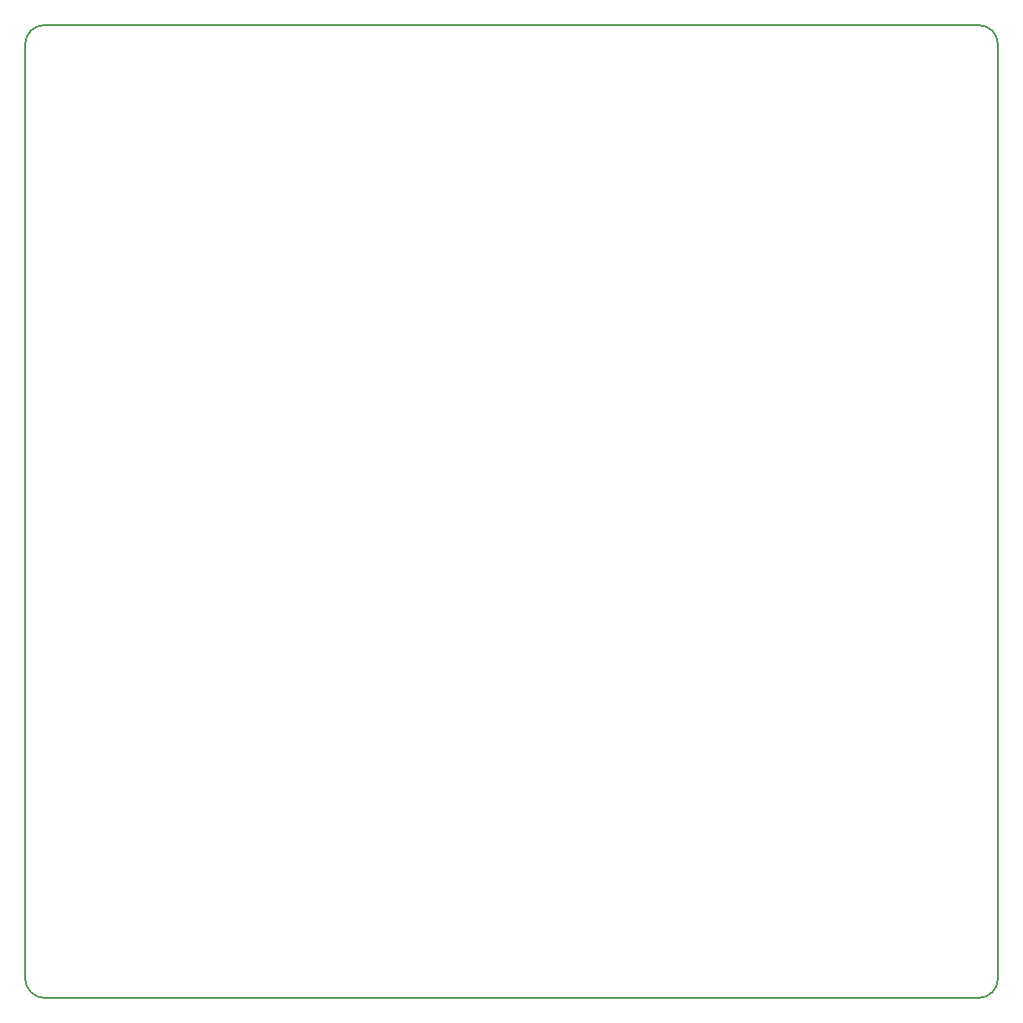
<source format=gbr>
G04 #@! TF.GenerationSoftware,KiCad,Pcbnew,(5.0.0)*
G04 #@! TF.CreationDate,2018-10-27T22:57:51-06:00*
G04 #@! TF.ProjectId,5x5_backpack,3578355F6261636B7061636B2E6B6963,rev?*
G04 #@! TF.SameCoordinates,Original*
G04 #@! TF.FileFunction,Profile,NP*
%FSLAX46Y46*%
G04 Gerber Fmt 4.6, Leading zero omitted, Abs format (unit mm)*
G04 Created by KiCad (PCBNEW (5.0.0)) date 10/27/18 22:57:51*
%MOMM*%
%LPD*%
G01*
G04 APERTURE LIST*
%ADD10C,0.150000*%
G04 APERTURE END LIST*
D10*
X78105000Y-152400000D02*
G75*
G02X76200000Y-150495000I0J1905000D01*
G01*
X171450000Y-150495000D02*
G75*
G02X169545000Y-152400000I-1905000J0D01*
G01*
X169545000Y-57150000D02*
G75*
G02X171450000Y-59055000I0J-1905000D01*
G01*
X76200000Y-59055000D02*
G75*
G02X78105000Y-57150000I1905000J0D01*
G01*
X169545000Y-57150000D02*
X78105000Y-57150000D01*
X171450000Y-150495000D02*
X171450000Y-59055000D01*
X78105000Y-152400000D02*
X169545000Y-152400000D01*
X76200000Y-59055000D02*
X76200000Y-150495000D01*
M02*

</source>
